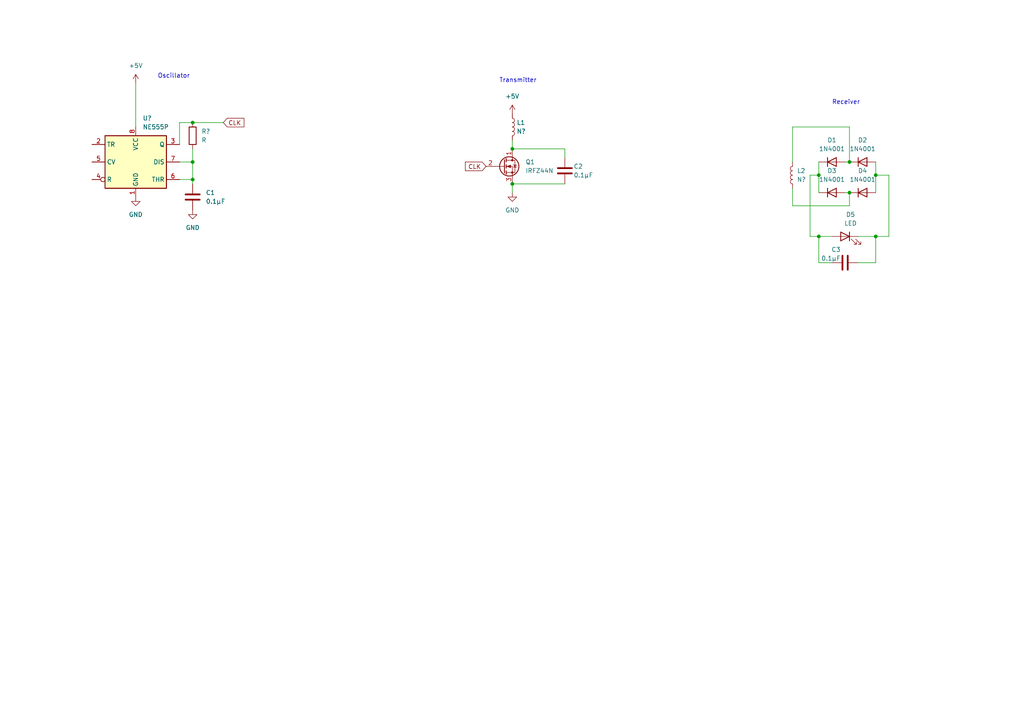
<source format=kicad_sch>
(kicad_sch (version 20211123) (generator eeschema)
  (paper "A4")
  (lib_symbols
    (symbol "Device:C" (pin_numbers hide) (pin_names (offset 0.254))
      (property "Reference" "C" (at 0.635 2.54 0))
      (property "Value" "C" (at 0.635 -2.54 0))
      (symbol "C_0_1"
        (polyline (pts (xy -2.032 -0.762) (xy 2.032 -0.762)) (stroke (width 0.508)))
        (polyline (pts (xy -2.032 0.762) (xy 2.032 0.762)) (stroke (width 0.508)))
      )
      (symbol "C_1_1"
        (pin passive line (at 0 3.81 270) (length 2.794) (name "~") (number "1"))
        (pin passive line (at 0 -3.81 90) (length 2.794) (name "~") (number "2"))
      )
    )
    (symbol "Device:L" (pin_numbers hide) (pin_names (offset 1.016) hide)
      (property "Reference" "L" (at -1.27 0 90))
      (property "Value" "L" (at 1.905 0 90))
      (symbol "L_0_1"
        (arc (start 0 -2.54) (mid 0.635 -1.905) (end 0 -1.27))
        (arc (start 0 -1.27) (mid 0.635 -0.635) (end 0 0))
        (arc (start 0 0) (mid 0.635 0.635) (end 0 1.27))
        (arc (start 0 1.27) (mid 0.635 1.905) (end 0 2.54))
      )
      (symbol "L_1_1"
        (pin passive line (at 0 3.81 270) (length 1.27) (name "1") (number "1"))
        (pin passive line (at 0 -3.81 90) (length 1.27) (name "2") (number "2"))
      )
    )
    (symbol "Device:LED" (pin_numbers hide) (pin_names (offset 1.016) hide)
      (property "Reference" "D" (at 0 2.54 0))
      (property "Value" "LED" (at 0 -2.54 0))
      (symbol "LED_0_1"
        (polyline (pts (xy -1.27 -1.27) (xy -1.27 1.27)) (stroke (width 0.254)))
        (polyline (pts (xy -1.27 0) (xy 1.27 0)))
        (polyline (pts (xy 1.27 -1.27) (xy 1.27 1.27) (xy -1.27 0) (xy 1.27 -1.27)) (stroke (width 0.254)))
        (polyline (pts (xy -3.048 -0.762) (xy -4.572 -2.286) (xy -3.81 -2.286) (xy -4.572 -2.286) (xy -4.572 -1.524)))
        (polyline (pts (xy -1.778 -0.762) (xy -3.302 -2.286) (xy -2.54 -2.286) (xy -3.302 -2.286) (xy -3.302 -1.524)))
      )
      (symbol "LED_1_1"
        (pin passive line (at -3.81 0 0) (length 2.54) (name "K") (number "1"))
        (pin passive line (at 3.81 0 180) (length 2.54) (name "A") (number "2"))
      )
    )
    (symbol "Device:R" (pin_numbers hide) (pin_names (offset 0))
      (property "Reference" "R" (at 2.032 0 90))
      (property "Value" "R" (at 0 0 90))
      (symbol "R_0_1"
        (rectangle (start -1.016 -2.54) (end 1.016 2.54) (stroke (width 0.254)))
      )
      (symbol "R_1_1"
        (pin passive line (at 0 3.81 270) (length 1.27) (name "~") (number "1"))
        (pin passive line (at 0 -3.81 90) (length 1.27) (name "~") (number "2"))
      )
    )
    (symbol "Diode:1N4001" (pin_numbers hide) (pin_names (offset 1.016) hide)
      (property "Reference" "D" (at 0 2.54 0))
      (property "Value" "1N4001" (at 0 -2.54 0))
      (symbol "1N4001_0_1"
        (polyline (pts (xy -1.27 1.27) (xy -1.27 -1.27)) (stroke (width 0.254)))
        (polyline (pts (xy 1.27 0) (xy -1.27 0)))
        (polyline (pts (xy 1.27 1.27) (xy 1.27 -1.27) (xy -1.27 0) (xy 1.27 1.27)) (stroke (width 0.254)))
      )
      (symbol "1N4001_1_1"
        (pin passive line (at -3.81 0 0) (length 2.54) (name "K") (number "1"))
        (pin passive line (at 3.81 0 180) (length 2.54) (name "A") (number "2"))
      )
    )
    (symbol "Timer:NE555P"
      (property "Reference" "U" (at -10.16 8.89 0))
      (property "Value" "NE555P" (at 2.54 8.89 0))
      (symbol "NE555P_0_0"
        (pin power_in line (at 0 -10.16 90) (length 2.54) (name "GND") (number "1"))
        (pin power_in line (at 0 10.16 270) (length 2.54) (name "VCC") (number "8"))
      )
      (symbol "NE555P_0_1"
        (rectangle (start -8.89 -7.62) (end 8.89 7.62) (stroke (width 0.254)) (fill (type background)))
        (rectangle (start -8.89 -7.62) (end 8.89 7.62) (stroke (width 0.254)) (fill (type background)))
      )
      (symbol "NE555P_1_1"
        (pin input line (at -12.7 5.08 0) (length 3.81) (name "TR") (number "2"))
        (pin output line (at 12.7 5.08 180) (length 3.81) (name "Q") (number "3"))
        (pin input inverted (at -12.7 -5.08 0) (length 3.81) (name "R") (number "4"))
        (pin input line (at -12.7 0 0) (length 3.81) (name "CV") (number "5"))
        (pin input line (at 12.7 -5.08 180) (length 3.81) (name "THR") (number "6"))
        (pin input line (at 12.7 0 180) (length 3.81) (name "DIS") (number "7"))
      )
    )
    (symbol "Transistor_FET:IRFZ44N" (pin_names hide)
      (property "Reference" "Q" (at 5.08 1.905 0))
      (property "Value" "IRFZ44N" (at 5.08 0 0))
      (symbol "IRFZ44N_0_1"
        (polyline (pts (xy 0.254 0) (xy -2.54 0)))
        (polyline (pts (xy 0.254 1.905) (xy 0.254 -1.905)) (stroke (width 0.254)))
        (polyline (pts (xy 0.762 -1.27) (xy 0.762 -2.286)) (stroke (width 0.254)))
        (polyline (pts (xy 0.762 0.508) (xy 0.762 -0.508)) (stroke (width 0.254)))
        (polyline (pts (xy 0.762 2.286) (xy 0.762 1.27)) (stroke (width 0.254)))
        (polyline (pts (xy 2.54 2.54) (xy 2.54 1.778)))
        (polyline (pts (xy 2.54 -2.54) (xy 2.54 0) (xy 0.762 0)))
        (polyline (pts (xy 0.762 -1.778) (xy 3.302 -1.778) (xy 3.302 1.778) (xy 0.762 1.778)))
        (polyline (pts (xy 1.016 0) (xy 2.032 0.381) (xy 2.032 -0.381) (xy 1.016 0)) (fill (type outline)))
        (polyline (pts (xy 2.794 0.508) (xy 2.921 0.381) (xy 3.683 0.381) (xy 3.81 0.254)))
        (polyline (pts (xy 3.302 0.381) (xy 2.921 -0.254) (xy 3.683 -0.254) (xy 3.302 0.381)))
        (circle (center 1.651 0) (radius 2.794) (stroke (width 0.254)))
        (circle (center 2.54 -1.778) (radius 0.254) (fill (type outline)))
        (circle (center 2.54 1.778) (radius 0.254) (fill (type outline)))
      )
      (symbol "IRFZ44N_1_1"
        (pin passive line (at 2.54 5.08 270) (length 2.54) (name "D") (number "1"))
        (pin input line (at -5.08 0 0) (length 2.54) (name "G") (number "2"))
        (pin passive line (at 2.54 -5.08 90) (length 2.54) (name "S") (number "3"))
      )
    )
    (symbol "power:+5V" (power) (pin_names (offset 0))
      (property "Value" "+5V" (at 0 3.556 0))
      (symbol "+5V_0_1"
        (polyline (pts (xy -0.762 1.27) (xy 0 2.54)))
        (polyline (pts (xy 0 0) (xy 0 2.54)))
        (polyline (pts (xy 0 2.54) (xy 0.762 1.27)))
      )
      (symbol "+5V_1_1"
        (pin power_in line (at 0 0 90) (length 0) hide (name "+5V") (number "1"))
      )
    )
    (symbol "power:GND" (power) (pin_names (offset 0))
      (property "Value" "GND" (at 0 -3.81 0))
      (symbol "GND_0_1"
        (polyline (pts (xy 0 0) (xy 0 -1.27) (xy 1.27 -1.27) (xy 0 -2.54) (xy -1.27 -1.27) (xy 0 -1.27)))
      )
      (symbol "GND_1_1"
        (pin power_in line (at 0 0 270) (length 0) hide (name "GND") (number "1"))
      )
    )
  )
  (junction (at 254 50.8))
  (junction (at 254 68.58))
  (junction (at 55.88 52.07))
  (junction (at 237.49 68.58))
  (junction (at 246.38 46.99))
  (junction (at 148.59 43.18))
  (junction (at 55.88 46.99))
  (junction (at 148.59 53.34))
  (junction (at 55.88 35.56))
  (junction (at 237.49 50.8))
  (junction (at 246.38 55.88))
  (wire (pts (xy 237.49 46.99) (xy 237.49 50.8)))
  (wire (pts (xy 241.3 76.2) (xy 237.49 76.2)))
  (wire (pts (xy 246.38 46.99) (xy 246.38 36.83)))
  (wire (pts (xy 52.07 35.56) (xy 55.88 35.56)))
  (wire (pts (xy 254 68.58) (xy 257.81 68.58)))
  (wire (pts (xy 234.95 68.58) (xy 234.95 50.8)))
  (wire (pts (xy 229.87 59.69) (xy 229.87 54.61)))
  (wire (pts (xy 246.38 36.83) (xy 229.87 36.83)))
  (wire (pts (xy 52.07 52.07) (xy 55.88 52.07)))
  (wire (pts (xy 254 68.58) (xy 254 76.2)))
  (wire (pts (xy 241.3 68.58) (xy 237.49 68.58)))
  (wire (pts (xy 55.88 43.18) (xy 55.88 46.99)))
  (wire (pts (xy 229.87 36.83) (xy 229.87 46.99)))
  (wire (pts (xy 246.38 55.88) (xy 246.38 59.69)))
  (wire (pts (xy 237.49 50.8) (xy 237.49 55.88)))
  (wire (pts (xy 254 50.8) (xy 254 55.88)))
  (wire (pts (xy 52.07 46.99) (xy 55.88 46.99)))
  (wire (pts (xy 246.38 55.88) (xy 245.11 55.88)))
  (wire (pts (xy 55.88 35.56) (xy 64.77 35.56)))
  (wire (pts (xy 248.92 76.2) (xy 254 76.2)))
  (wire (pts (xy 246.38 59.69) (xy 229.87 59.69)))
  (wire (pts (xy 234.95 50.8) (xy 237.49 50.8)))
  (wire (pts (xy 55.88 52.07) (xy 55.88 53.34)))
  (wire (pts (xy 148.59 40.64) (xy 148.59 43.18)))
  (wire (pts (xy 257.81 50.8) (xy 254 50.8)))
  (wire (pts (xy 237.49 76.2) (xy 237.49 68.58)))
  (wire (pts (xy 52.07 41.91) (xy 52.07 35.56)))
  (wire (pts (xy 148.59 43.18) (xy 163.83 43.18)))
  (wire (pts (xy 148.59 53.34) (xy 163.83 53.34)))
  (wire (pts (xy 246.38 46.99) (xy 245.11 46.99)))
  (wire (pts (xy 55.88 46.99) (xy 55.88 52.07)))
  (wire (pts (xy 248.92 68.58) (xy 254 68.58)))
  (wire (pts (xy 148.59 55.88) (xy 148.59 53.34)))
  (wire (pts (xy 257.81 68.58) (xy 257.81 50.8)))
  (wire (pts (xy 254 46.99) (xy 254 50.8)))
  (wire (pts (xy 163.83 45.72) (xy 163.83 43.18)))
  (wire (pts (xy 39.37 24.13) (xy 39.37 36.83)))
  (wire (pts (xy 237.49 68.58) (xy 234.95 68.58)))
  (text "Transmitter" (at 144.78 24.13 0) (effects (font (size 1.27 1.27)) (justify left bottom)))
  (text "Oscillator\n" (at 45.72 22.86 0) (effects (font (size 1.27 1.27)) (justify left bottom)))
  (text "Receiver" (at 241.3 30.48 0) (effects (font (size 1.27 1.27)) (justify left bottom)))
  (global_label "CLK" (shape input) (at 64.77 35.56 0) (property "Intersheet References" "${INTERSHEET_REFS}" (effects hide)))
  (global_label "CLK" (shape input) (at 140.97 48.26 180) (property "Intersheet References" "${INTERSHEET_REFS}" (effects hide)))
  (symbol (lib_id "Diode:1N4001") (at 241.3 55.88 0) (unit 1)
    (property "Reference" "D3" (at 241.3 49.53 0))
    (property "Value" "1N4001" (at 241.3 52.07 0))
    (property "Footprint" "Diode_THT:D_DO-41_SOD81_P10.16mm_Horizontal" (effects hide))
    (property "Datasheet" "http://www.vishay.com/docs/88503/1n4001.pdf" (effects hide))
  )
  (symbol (lib_id "Device:L") (at 229.87 50.8 0) (mirror y) (unit 1)
    (property "Reference" "L2" (at 231.14 49.5299 0) (effects (justify right)))
    (property "Value" "N?" (at 231.14 52.0699 0) (effects (justify right)))
  )
  (symbol (lib_id "power:GND") (at 148.59 55.88 0) (unit 1)
    (property "Reference" "#PWR?" (effects hide))
    (property "Value" "GND" (at 148.59 60.96 0))
  )
  (symbol (lib_id "power:+5V") (at 39.37 24.13 0) (unit 1)
    (property "Reference" "#PWR?" (effects hide))
    (property "Value" "+5V" (at 39.37 19.05 0))
  )
  (symbol (lib_id "Device:LED") (at 245.11 68.58 0) (mirror y) (unit 1)
    (property "Reference" "D5" (at 246.6975 62.23 0))
    (property "Value" "LED" (at 246.6975 64.77 0))
  )
  (symbol (lib_id "Diode:1N4001") (at 241.3 46.99 0) (unit 1)
    (property "Reference" "D1" (at 241.3 40.64 0))
    (property "Value" "1N4001" (at 241.3 43.18 0))
    (property "Footprint" "Diode_THT:D_DO-41_SOD81_P10.16mm_Horizontal" (effects hide))
    (property "Datasheet" "http://www.vishay.com/docs/88503/1n4001.pdf" (effects hide))
  )
  (symbol (lib_id "Diode:1N4001") (at 250.19 55.88 0) (unit 1)
    (property "Reference" "D4" (at 250.19 49.53 0))
    (property "Value" "1N4001" (at 250.19 52.07 0))
    (property "Footprint" "Diode_THT:D_DO-41_SOD81_P10.16mm_Horizontal" (effects hide))
    (property "Datasheet" "http://www.vishay.com/docs/88503/1n4001.pdf" (effects hide))
  )
  (symbol (lib_id "power:GND") (at 39.37 57.15 0) (unit 1)
    (property "Reference" "#PWR?" (effects hide))
    (property "Value" "GND" (at 39.37 62.23 0))
  )
  (symbol (lib_id "Device:C") (at 245.11 76.2 90) (unit 1)
    (property "Reference" "C3" (at 243.84 72.39 90) (effects (justify left)))
    (property "Value" "0.1µF" (at 243.84 74.93 90) (effects (justify left)))
  )
  (symbol (lib_id "Timer:NE555P") (at 39.37 46.99 0) (unit 1)
    (property "Reference" "U?" (at 41.3894 34.29 0) (effects (justify left)))
    (property "Value" "NE555P" (at 41.3894 36.83 0) (effects (justify left)))
    (property "Footprint" "Package_DIP:DIP-8_W7.62mm" (effects hide))
    (property "Datasheet" "http://www.ti.com/lit/ds/symlink/ne555.pdf" (effects hide))
  )
  (symbol (lib_id "Diode:1N4001") (at 250.19 46.99 0) (unit 1)
    (property "Reference" "D2" (at 250.19 40.64 0))
    (property "Value" "1N4001" (at 250.19 43.18 0))
    (property "Footprint" "Diode_THT:D_DO-41_SOD81_P10.16mm_Horizontal" (effects hide))
    (property "Datasheet" "http://www.vishay.com/docs/88503/1n4001.pdf" (effects hide))
  )
  (symbol (lib_id "Device:R") (at 55.88 39.37 0) (unit 1)
    (property "Reference" "R?" (at 58.42 38.0999 0) (effects (justify left)))
    (property "Value" "R" (at 58.42 40.6399 0) (effects (justify left)))
    (property "Footprint" "Potentiometer_SMD:Potentiometer_Vishay_TS53YL_Vertical" (effects hide))
  )
  (symbol (lib_id "Device:C") (at 163.83 49.53 0) (unit 1)
    (property "Reference" "C2" (at 166.37 48.26 0) (effects (justify left)))
    (property "Value" "0.1µF" (at 166.37 50.8001 0) (effects (justify left)))
  )
  (symbol (lib_id "Device:L") (at 148.59 36.83 0) (unit 1)
    (property "Reference" "L1" (at 149.86 35.5599 0) (effects (justify left)))
    (property "Value" "N?" (at 149.86 38.0999 0) (effects (justify left)))
  )
  (symbol (lib_id "Transistor_FET:IRFZ44N") (at 146.05 48.26 0) (unit 1)
    (property "Reference" "Q1" (at 152.4 46.9899 0) (effects (justify left)))
    (property "Value" "IRFZ44N" (at 152.4 49.5299 0) (effects (justify left)))
    (property "Footprint" "Package_TO_SOT_THT:TO-220-3_Vertical" (effects hide))
    (property "Datasheet" "https://www.infineon.com/dgdl/Infineon-BSB104N08NP3_G-DS-v02_01-en.pdf?fileId=db3a304341e0aed00141efc548ca1b2b" (effects hide))
  )
  (symbol (lib_id "Device:C") (at 55.88 57.15 0) (unit 1)
    (property "Reference" "C1" (at 59.69 55.8799 0) (effects (justify left)))
    (property "Value" "0.1µF" (at 59.69 58.4199 0) (effects (justify left)))
  )
  (symbol (lib_id "power:GND") (at 55.88 60.96 0) (unit 1)
    (property "Reference" "#PWR?" (effects hide))
    (property "Value" "GND" (at 55.88 66.04 0))
  )
  (symbol (lib_id "power:+5V") (at 148.59 33.02 0) (unit 1)
    (property "Reference" "#PWR?" (effects hide))
    (property "Value" "+5V" (at 148.59 27.94 0))
  )
)
</source>
